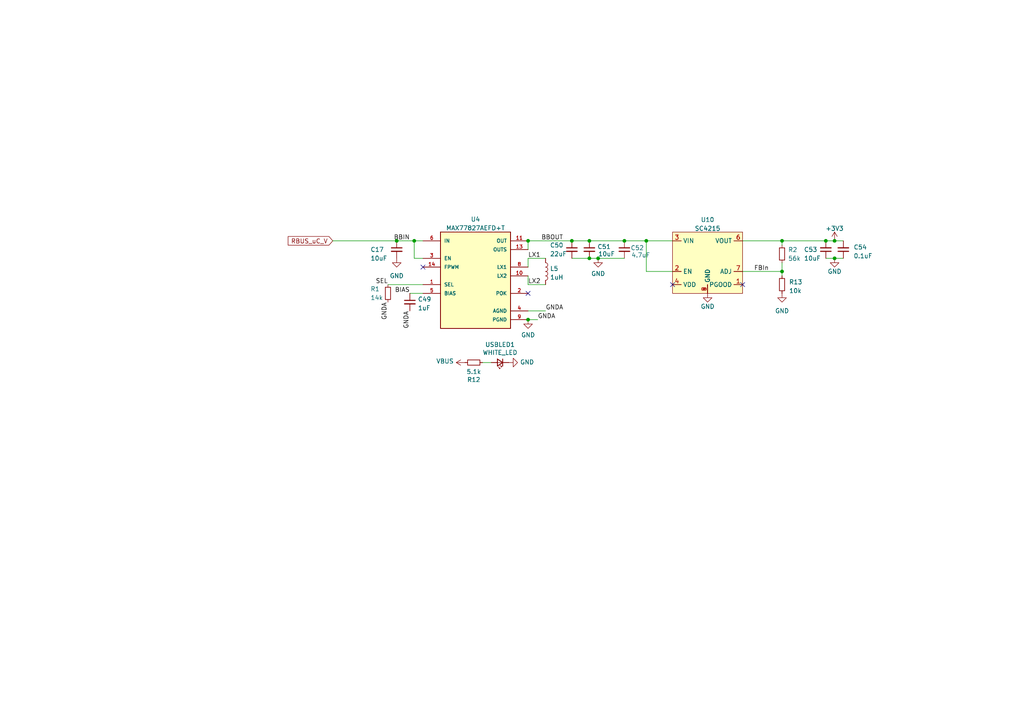
<source format=kicad_sch>
(kicad_sch (version 20231120) (generator "eeschema") (generator_version "8.0")
  (paper "A4")
  (lib_symbols
    (symbol "Device:C_Small" (pin_numbers hide) (pin_names (offset 0.254) hide)
      (property "Reference" "C" (at 0.254 1.778 0))
      (property "Value" "C_Small" (at 0.254 -2.032 0))
      (symbol "C_Small_0_1"
        (polyline (pts (xy -1.524 -0.508) (xy 1.524 -0.508)) (stroke (width 0.3302)))
        (polyline (pts (xy -1.524 0.508) (xy 1.524 0.508)) (stroke (width 0.3048)))
      )
      (symbol "C_Small_1_1"
        (pin passive line (at 0 2.54 270) (length 2.032) (name "~") (number "1"))
        (pin passive line (at 0 -2.54 90) (length 2.032) (name "~") (number "2"))
      )
    )
    (symbol "Device:L" (pin_numbers hide) (pin_names (offset 1.016) hide)
      (property "Reference" "L" (at -1.27 0 90))
      (property "Value" "L" (at 1.905 0 90))
      (symbol "L_0_1"
        (arc (start 0 -2.54) (mid 0.6323 -1.905) (end 0 -1.27))
        (arc (start 0 -1.27) (mid 0.6323 -0.635) (end 0 0))
        (arc (start 0 0) (mid 0.6323 0.635) (end 0 1.27))
        (arc (start 0 1.27) (mid 0.6323 1.905) (end 0 2.54))
      )
      (symbol "L_1_1"
        (pin passive line (at 0 3.81 270) (length 1.27) (name "1") (number "1"))
        (pin passive line (at 0 -3.81 90) (length 1.27) (name "2") (number "2"))
      )
    )
    (symbol "Device:LED_Small" (pin_numbers hide) (pin_names (offset 0.254) hide)
      (property "Reference" "D" (at -1.27 3.175 0))
      (property "Value" "LED_Small" (at -4.445 -2.54 0))
      (symbol "LED_Small_0_1"
        (polyline (pts (xy -0.762 -1.016) (xy -0.762 1.016)) (stroke (width 0.254)))
        (polyline (pts (xy 1.016 0) (xy -0.762 0)))
        (polyline (pts (xy 0.762 -1.016) (xy -0.762 0) (xy 0.762 1.016) (xy 0.762 -1.016)) (stroke (width 0.254)))
        (polyline (pts (xy 0 0.762) (xy -0.508 1.27) (xy -0.254 1.27) (xy -0.508 1.27) (xy -0.508 1.016)))
        (polyline (pts (xy 0.508 1.27) (xy 0 1.778) (xy 0.254 1.778) (xy 0 1.778) (xy 0 1.524)))
      )
      (symbol "LED_Small_1_1"
        (pin passive line (at -2.54 0 0) (length 1.778) (name "K") (number "1"))
        (pin passive line (at 2.54 0 180) (length 1.778) (name "A") (number "2"))
      )
    )
    (symbol "Device:R_Small" (pin_numbers hide) (pin_names (offset 0.254) hide)
      (property "Reference" "R" (at 0.762 0.508 0))
      (property "Value" "R_Small" (at 0.762 -1.016 0))
      (symbol "R_Small_0_1"
        (rectangle (start -0.762 1.778) (end 0.762 -1.778) (stroke (width 0.2032)))
      )
      (symbol "R_Small_1_1"
        (pin passive line (at 0 2.54 270) (length 0.762) (name "~") (number "1"))
        (pin passive line (at 0 -2.54 90) (length 0.762) (name "~") (number "2"))
      )
    )
    (symbol "iclr:MAX77827AEFD+T" (pin_names (offset 1.016))
      (property "Reference" "U?" (at -10.16 13.208 0))
      (property "Value" "MAX77827AEFD+T" (at -10.16 -17.78 0))
      (symbol "MAX77827AEFD+T_0_0"
        (rectangle (start -10.16 -15.24) (end 10.16 12.7) (stroke (width 0.254)) (fill (type background)))
        (pin passive line (at -15.24 -2.54 0) (length 5.08) (name "SEL") (number "1"))
        (pin passive line (at 15.24 0 180) (length 5.08) (name "LX2") (number "10"))
        (pin output line (at 15.24 10.16 180) (length 5.08) (name "OUT") (number "11"))
        (pin input line (at 15.24 7.62 180) (length 5.08) (name "OUTS") (number "13"))
        (pin input line (at -15.24 2.54 0) (length 5.08) (name "FPWM") (number "14"))
        (pin output line (at 15.24 -5.08 180) (length 5.08) (name "POK") (number "2"))
        (pin input line (at -15.24 5.08 0) (length 5.08) (name "EN") (number "3"))
        (pin power_in line (at 15.24 -10.16 180) (length 5.08) (name "AGND") (number "4"))
        (pin passive line (at -15.24 -5.08 0) (length 5.08) (name "BIAS") (number "5"))
        (pin input line (at -15.24 10.16 0) (length 5.08) (name "IN") (number "6"))
        (pin passive line (at 15.24 2.54 180) (length 5.08) (name "LX1") (number "8"))
        (pin power_in line (at 15.24 -12.7 180) (length 5.08) (name "PGND") (number "9"))
      )
    )
    (symbol "iclr:RT9025-25GSP"
      (property "Reference" "U6" (at 0 4.8428 0))
      (property "Value" "RT9025-25GSP" (at 0 2.3059 0))
      (symbol "RT9025-25GSP_1_1"
        (rectangle (start -10.16 1.27) (end 10.16 -16.51) (fill (type background)))
        (pin output line (at 10.16 -13.97 180) (length 2.54) (name "PGOOD") (number "1"))
        (pin input line (at -10.16 -10.16 0) (length 2.54) (name "EN") (number "2"))
        (pin input line (at -10.16 -1.27 0) (length 2.54) (name "VIN") (number "3"))
        (pin input line (at -10.16 -13.97 0) (length 2.54) (name "VDD") (number "4"))
        (pin output line (at 10.16 -1.27 180) (length 2.54) (name "VOUT") (number "6"))
        (pin input line (at 10.16 -10.16 180) (length 2.54) (name "ADJ") (number "7"))
        (pin input line (at 0 -16.51 90) (length 2.54) (name "GND") (number "8"))
        (pin input line (at 0 -16.51 90) (length 2.54) (name "GND") (number "9"))
      )
    )
    (symbol "power:+3.3V" (power) (pin_names (offset 0))
      (property "Value" "+3.3V" (at 0 3.556 0))
      (symbol "+3.3V_0_1"
        (polyline (pts (xy -0.762 1.27) (xy 0 2.54)))
        (polyline (pts (xy 0 0) (xy 0 2.54)))
        (polyline (pts (xy 0 2.54) (xy 0.762 1.27)))
      )
      (symbol "+3.3V_1_1"
        (pin power_in line (at 0 0 90) (length 0) hide (name "+3V3") (number "1"))
      )
    )
    (symbol "power:GND" (power) (pin_names (offset 0))
      (property "Value" "GND" (at 0 -3.81 0))
      (symbol "GND_0_1"
        (polyline (pts (xy 0 0) (xy 0 -1.27) (xy 1.27 -1.27) (xy 0 -2.54) (xy -1.27 -1.27) (xy 0 -1.27)))
      )
      (symbol "GND_1_1"
        (pin power_in line (at 0 0 270) (length 0) hide (name "GND") (number "1"))
      )
    )
    (symbol "power:VBUS" (power) (pin_names (offset 0))
      (property "Value" "VBUS" (at 0 3.81 0))
      (symbol "VBUS_0_1"
        (polyline (pts (xy -0.762 1.27) (xy 0 2.54)))
        (polyline (pts (xy 0 0) (xy 0 2.54)))
        (polyline (pts (xy 0 2.54) (xy 0.762 1.27)))
      )
      (symbol "VBUS_1_1"
        (pin power_in line (at 0 0 90) (length 0) hide (name "VBUS") (number "1"))
      )
    )
  )
  (junction (at 173.482 74.93))
  (junction (at 153.162 69.85))
  (junction (at 120.142 69.85))
  (junction (at 226.822 78.74))
  (junction (at 165.862 69.85))
  (junction (at 187.452 69.85))
  (junction (at 242.062 69.85))
  (junction (at 153.162 92.71))
  (junction (at 170.942 69.85))
  (junction (at 115.062 69.85))
  (junction (at 239.522 69.85))
  (junction (at 226.822 69.85))
  (junction (at 242.062 74.93))
  (junction (at 170.942 74.93))
  (junction (at 181.102 69.85))
  (no_connect (at 215.392 82.55))
  (no_connect (at 122.682 77.47))
  (no_connect (at 153.162 85.09))
  (no_connect (at 195.072 82.55))
  (wire (pts (xy 226.822 78.74) (xy 226.822 80.01)))
  (wire (pts (xy 153.162 74.93) (xy 158.242 74.93)))
  (wire (pts (xy 142.494 105.156) (xy 139.954 105.156)))
  (wire (pts (xy 187.452 69.85) (xy 187.452 78.74)))
  (wire (pts (xy 153.162 92.71) (xy 155.956 92.71)))
  (wire (pts (xy 96.52 69.85) (xy 115.062 69.85)))
  (wire (pts (xy 242.062 69.85) (xy 239.522 69.85)))
  (wire (pts (xy 120.142 69.85) (xy 120.142 74.93)))
  (wire (pts (xy 215.392 78.74) (xy 226.822 78.74)))
  (wire (pts (xy 120.142 69.85) (xy 122.682 69.85)))
  (wire (pts (xy 239.522 74.93) (xy 242.062 74.93)))
  (wire (pts (xy 153.162 69.85) (xy 165.862 69.85)))
  (wire (pts (xy 153.162 82.55) (xy 153.162 80.01)))
  (wire (pts (xy 153.162 90.17) (xy 158.242 90.17)))
  (wire (pts (xy 170.942 69.85) (xy 181.102 69.85)))
  (wire (pts (xy 173.482 74.93) (xy 170.942 74.93)))
  (wire (pts (xy 187.452 78.74) (xy 195.072 78.74)))
  (wire (pts (xy 226.822 76.2) (xy 226.822 78.74)))
  (wire (pts (xy 226.822 69.85) (xy 239.522 69.85)))
  (wire (pts (xy 118.872 85.09) (xy 122.682 85.09)))
  (wire (pts (xy 120.142 74.93) (xy 122.682 74.93)))
  (wire (pts (xy 242.062 74.93) (xy 244.602 74.93)))
  (wire (pts (xy 215.392 69.85) (xy 226.822 69.85)))
  (wire (pts (xy 153.162 77.47) (xy 153.162 74.93)))
  (wire (pts (xy 115.062 69.85) (xy 120.142 69.85)))
  (wire (pts (xy 181.102 69.85) (xy 187.452 69.85)))
  (wire (pts (xy 165.862 69.85) (xy 170.942 69.85)))
  (wire (pts (xy 165.862 74.93) (xy 170.942 74.93)))
  (wire (pts (xy 158.242 82.55) (xy 153.162 82.55)))
  (wire (pts (xy 153.162 72.39) (xy 153.162 69.85)))
  (wire (pts (xy 187.452 69.85) (xy 195.072 69.85)))
  (wire (pts (xy 242.062 69.85) (xy 244.602 69.85)))
  (wire (pts (xy 173.482 74.93) (xy 181.102 74.93)))
  (wire (pts (xy 112.522 82.55) (xy 122.682 82.55)))
  (wire (pts (xy 226.822 69.85) (xy 226.822 71.12)))
  (label "GNDA" (at 158.242 90.17 0))
  (label "BIAS" (at 118.872 85.09 180))
  (label "BBOUT" (at 156.972 69.85 0))
  (label "SEL" (at 112.522 82.55 180))
  (label "GNDA" (at 112.522 87.63 270))
  (label "FBIn" (at 223.012 78.74 180))
  (label "GNDA" (at 118.872 90.17 270))
  (label "LX2" (at 153.162 82.55 0))
  (label "BBIN" (at 118.872 69.85 180))
  (label "LX1" (at 153.162 74.93 0))
  (label "GNDA" (at 155.956 92.71 0))
  (global_label "RBUS_uC_V" (shape input) (at 96.52 69.85 180) (property "Intersheetrefs" "${INTERSHEET_REFS}" (effects (hide yes))))
  (symbol (lib_id "power:GND") (at 147.574 105.156 90) (unit 1)
    (property "Reference" "#PWR0128" (effects (hide yes)))
    (property "Value" "GND" (at 150.8252 105.029 90) (effects (justify right)))
  )
  (symbol (lib_id "power:GND") (at 242.062 74.93 0) (unit 1)
    (property "Reference" "#PWR0189" (effects (hide yes)))
    (property "Value" "GND" (at 242.062 78.74 0))
  )
  (symbol (lib_id "power:GND") (at 115.062 74.93 0) (unit 1)
    (property "Reference" "#PWR0146" (effects (hide yes)))
    (property "Value" "GND" (at 115.062 80.01 0))
  )
  (symbol (lib_id "Device:C_Small") (at 170.942 72.39 0) (unit 1)
    (property "Reference" "C51" (at 173.2661 71.5616 0) (effects (justify left)))
    (property "Value" "10uF" (at 173.482 73.66 0) (effects (justify left)))
    (property "Footprint" "Capacitor_SMD:C_0402_1005Metric" (effects (hide yes)))
  )
  (symbol (lib_id "Device:LED_Small") (at 145.034 105.156 180) (unit 1)
    (property "Reference" "USBLED1" (at 145.034 99.949 0))
    (property "Value" "WHITE_LED" (at 145.034 102.2604 0))
    (property "Footprint" "LED_SMD:LED_0402_1005Metric" (effects (hide yes)))
  )
  (symbol (lib_id "Device:C_Small") (at 239.522 72.39 180) (unit 1)
    (property "Reference" "C53" (at 233.172 72.39 0) (effects (justify right)))
    (property "Value" "10uF" (at 233.172 74.93 0) (effects (justify right)))
    (property "Footprint" "Capacitor_SMD:C_0402_1005Metric" (effects (hide yes)))
  )
  (symbol (lib_id "Device:C_Small") (at 115.062 72.39 0) (unit 1)
    (property "Reference" "C17" (at 107.442 72.39 0) (effects (justify left)))
    (property "Value" "10uF" (at 107.442 74.9269 0) (effects (justify left)))
    (property "Footprint" "Capacitor_SMD:C_0603_1608Metric" (effects (hide yes)))
  )
  (symbol (lib_id "iclr:RT9025-25GSP") (at 205.232 68.58 0) (unit 1)
    (property "Reference" "U10" (at 205.232 63.7372 0))
    (property "Value" "SC4215" (at 205.232 66.2741 0))
    (property "Footprint" "iclr:SOIC127P599X175-9N" (effects (hide yes)))
  )
  (symbol (lib_id "Device:R_Small") (at 112.522 85.09 0) (unit 1)
    (property "Reference" "R1" (at 107.442 83.82 0) (effects (justify left)))
    (property "Value" "14k" (at 107.442 86.3569 0) (effects (justify left)))
    (property "Footprint" "Resistor_SMD:R_0402_1005Metric" (effects (hide yes)))
  )
  (symbol (lib_id "Device:C_Small") (at 244.602 72.39 180) (unit 1)
    (property "Reference" "C54" (at 247.5603 71.6954 0) (effects (justify right)))
    (property "Value" "0.1uF" (at 247.5603 74.2354 0) (effects (justify right)))
    (property "Footprint" "Capacitor_SMD:C_0402_1005Metric" (effects (hide yes)))
  )
  (symbol (lib_id "iclr:MAX77827AEFD+T") (at 137.922 80.01 0) (unit 1)
    (property "Reference" "U4" (at 137.922 63.6102 0))
    (property "Value" "MAX77827AEFD+T" (at 137.922 66.1471 0))
    (property "Footprint" "iclr:CONV_MAX77827AEFD+T" (effects (hide yes)))
    (property "MANUFACTURER" "Maxim Integrated" (effects (hide yes)))
    (property "MAXIMUM_PACKAGE_HEIGHT" "0.6mm" (effects (hide yes)))
    (property "PARTREV" "B" (effects (hide yes)))
    (property "STANDARD" "Manufacturer Recommended" (effects (hide yes)))
  )
  (symbol (lib_id "power:GND") (at 226.822 85.09 0) (unit 1)
    (property "Reference" "#PWR0187" (effects (hide yes)))
    (property "Value" "GND" (at 226.822 90.17 0))
  )
  (symbol (lib_id "Device:R_Small") (at 137.414 105.156 90) (unit 1)
    (property "Reference" "R12" (at 137.414 110.1344 90))
    (property "Value" "5.1k" (at 137.414 107.823 90))
    (property "Footprint" "Resistor_SMD:R_0402_1005Metric" (effects (hide yes)))
  )
  (symbol (lib_id "power:GND") (at 173.482 74.93 0) (unit 1)
    (property "Reference" "#PWR0191" (effects (hide yes)))
    (property "Value" "GND" (at 173.482 79.3734 0))
  )
  (symbol (lib_id "Device:R_Small") (at 226.822 73.66 0) (unit 1)
    (property "Reference" "R2" (at 228.5787 72.4305 0) (effects (justify left)))
    (property "Value" "56k" (at 228.5787 74.9705 0) (effects (justify left)))
    (property "Footprint" "Resistor_SMD:R_0402_1005Metric" (effects (hide yes)))
  )
  (symbol (lib_id "power:VBUS") (at 134.874 105.156 90) (unit 1)
    (property "Reference" "#PWR0130" (effects (hide yes)))
    (property "Value" "VBUS" (at 131.6228 104.775 90) (effects (justify left)))
  )
  (symbol (lib_id "Device:C_Small") (at 165.862 72.39 0) (unit 1)
    (property "Reference" "C50" (at 159.512 71.1231 0) (effects (justify left)))
    (property "Value" "22uF" (at 159.512 73.66 0) (effects (justify left)))
    (property "Footprint" "Capacitor_SMD:C_0603_1608Metric" (effects (hide yes)))
  )
  (symbol (lib_id "Device:R_Small") (at 226.822 82.55 0) (unit 1)
    (property "Reference" "R13" (at 228.836 81.7997 0) (effects (justify left)))
    (property "Value" "10k" (at 228.836 84.3397 0) (effects (justify left)))
    (property "Footprint" "Resistor_SMD:R_0402_1005Metric" (effects (hide yes)))
  )
  (symbol (lib_id "power:GND") (at 153.162 92.71 0) (unit 1)
    (property "Reference" "#PWR0133" (effects (hide yes)))
    (property "Value" "GND" (at 153.162 97.1534 0))
  )
  (symbol (lib_id "Device:C_Small") (at 118.872 87.63 0) (unit 1)
    (property "Reference" "C49" (at 121.1961 86.8016 0) (effects (justify left)))
    (property "Value" "1uF" (at 121.1961 89.3385 0) (effects (justify left)))
    (property "Footprint" "Capacitor_SMD:C_0402_1005Metric" (effects (hide yes)))
  )
  (symbol (lib_id "Device:L") (at 158.242 78.74 0) (unit 1)
    (property "Reference" "L5" (at 159.512 77.9053 0) (effects (justify left)))
    (property "Value" "1uH" (at 159.512 80.4422 0) (effects (justify left)))
    (property "Footprint" "Inductor_SMD:L_0805_2012Metric" (effects (hide yes)))
  )
  (symbol (lib_id "power:GND") (at 205.232 85.09 0) (unit 1)
    (property "Reference" "#PWR0182" (effects (hide yes)))
    (property "Value" "GND" (at 205.232 88.9 0))
  )
  (symbol (lib_id "power:+3.3V") (at 242.062 69.85 0) (unit 1)
    (property "Reference" "#PWR0188" (effects (hide yes)))
    (property "Value" "+3V3" (at 242.062 66.2742 0))
  )
  (symbol (lib_id "Device:C_Small") (at 181.102 72.39 0) (unit 1)
    (property "Reference" "C52" (at 182.8856 71.8968 0) (effects (justify left)))
    (property "Value" "4.7uF" (at 183.1015 73.9952 0) (effects (justify left)))
    (property "Footprint" "Capacitor_SMD:C_0402_1005Metric" (effects (hide yes)))
  )
)
</source>
